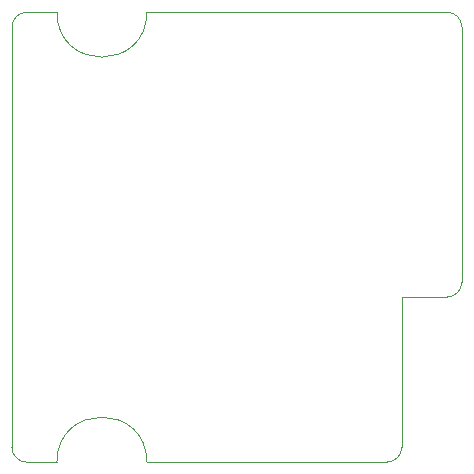
<source format=gm1>
G04 #@! TF.GenerationSoftware,KiCad,Pcbnew,7.0.2*
G04 #@! TF.CreationDate,2023-05-16T20:10:09+02:00*
G04 #@! TF.ProjectId,Display Adapter,44697370-6c61-4792-9041-646170746572,V1.0*
G04 #@! TF.SameCoordinates,Original*
G04 #@! TF.FileFunction,Profile,NP*
%FSLAX46Y46*%
G04 Gerber Fmt 4.6, Leading zero omitted, Abs format (unit mm)*
G04 Created by KiCad (PCBNEW 7.0.2) date 2023-05-16 20:10:09*
%MOMM*%
%LPD*%
G01*
G04 APERTURE LIST*
G04 #@! TA.AperFunction,Profile*
%ADD10C,0.100000*%
G04 #@! TD*
G04 APERTURE END LIST*
D10*
X133350000Y-83820000D02*
G75*
G03*
X140970000Y-83820000I3810000J0D01*
G01*
X129540000Y-120650000D02*
G75*
G03*
X130810000Y-121920000I1270000J0D01*
G01*
X166370000Y-107950000D02*
X162560000Y-107950000D01*
X130810000Y-83820000D02*
G75*
G03*
X129540000Y-85090000I0J-1270000D01*
G01*
X167640000Y-85090000D02*
G75*
G03*
X166370000Y-83820000I-1270000J0D01*
G01*
X140970000Y-83820000D02*
X166370000Y-83820000D01*
X140970000Y-121920000D02*
G75*
G03*
X133350000Y-121920000I-3810000J0D01*
G01*
X167640000Y-85090000D02*
X167640000Y-106680000D01*
X129540000Y-120650000D02*
X129540000Y-85090000D01*
X161290000Y-121920000D02*
X140970000Y-121920000D01*
X133350000Y-83820000D02*
X130810000Y-83820000D01*
X133350000Y-121920000D02*
X130810000Y-121920000D01*
X162560000Y-120650000D02*
X162560000Y-107950000D01*
X166370000Y-107950000D02*
G75*
G03*
X167640000Y-106680000I0J1270000D01*
G01*
X161290000Y-121920000D02*
G75*
G03*
X162560000Y-120650000I0J1270000D01*
G01*
M02*

</source>
